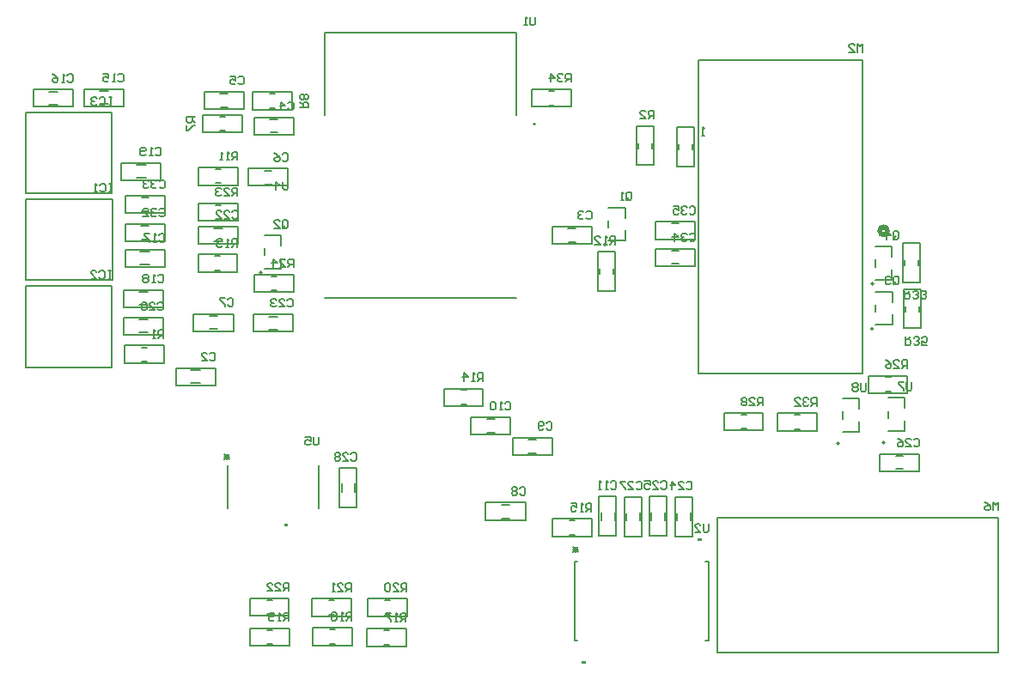
<source format=gbo>
G04*
G04 #@! TF.GenerationSoftware,Altium Limited,Altium Designer,18.1.6 (161)*
G04*
G04 Layer_Color=32896*
%FSTAX24Y24*%
%MOIN*%
G70*
G01*
G75*
%ADD10C,0.0200*%
%ADD12C,0.0079*%
%ADD13C,0.0080*%
%ADD14C,0.0060*%
%ADD15C,0.0050*%
G36*
X022335Y01781D02*
Y01771D01*
X022485D01*
Y01781D01*
X022335D01*
D02*
G37*
G36*
X033875Y012485D02*
Y012385D01*
X034025D01*
Y012485D01*
X033875D01*
D02*
G37*
G36*
X038375Y017155D02*
Y017255D01*
X038525D01*
Y017155D01*
X038375D01*
D02*
G37*
D10*
X045737Y029193D02*
G03*
X045737Y029193I-00015J0D01*
G01*
D12*
X032038Y033374D02*
G03*
X032038Y033295I0J-000039D01*
G01*
D02*
G03*
X032038Y033374I0J000039D01*
G01*
D13*
X01414Y03401D02*
Y03468D01*
X01261D02*
X01414D01*
X01261Y03401D02*
Y03468D01*
Y03401D02*
X01414D01*
X0132Y0341D02*
X01354D01*
X0132Y0346D02*
X01354D01*
X01765Y02623D02*
Y0269D01*
X01612D02*
X01765D01*
X01612Y02623D02*
Y0269D01*
Y02623D02*
X01765D01*
X01671Y02632D02*
X01705D01*
X01671Y02682D02*
X01705D01*
X01966Y02319D02*
Y02386D01*
X01813D02*
X01966D01*
X01813Y02319D02*
Y02386D01*
Y02319D02*
X01966D01*
X01872Y02328D02*
X01906D01*
X01872Y02378D02*
X01906D01*
X0167Y02574D02*
X01704D01*
X0167Y02524D02*
X01704D01*
X01611Y02515D02*
X01764D01*
X01611D02*
Y02582D01*
X01764D01*
Y02515D02*
Y02582D01*
X04698Y01986D02*
Y02053D01*
X04544D02*
X04698D01*
X04544Y01986D02*
Y02053D01*
Y01986D02*
X04698D01*
X04607Y01994D02*
X04635D01*
X04606Y020466D02*
X04635D01*
X045925Y02555D02*
Y025949D01*
X045275Y026056D02*
Y026324D01*
Y02683D02*
X045925D01*
Y026431D02*
Y02683D01*
X045275Y02555D02*
X045925D01*
X045915Y0273D02*
Y027699D01*
X045265Y027806D02*
Y028074D01*
Y02858D02*
X045915D01*
Y028181D02*
Y02858D01*
X045265Y0273D02*
X045915D01*
X044645Y0214D02*
Y021799D01*
X043995Y021906D02*
Y022174D01*
Y02268D02*
X044645D01*
Y022281D02*
Y02268D01*
X043995Y0214D02*
X044645D01*
X046415Y02143D02*
Y021829D01*
X045765Y021936D02*
Y022204D01*
Y02271D02*
X046415D01*
Y022311D02*
Y02271D01*
X045765Y02143D02*
X046415D01*
X03182Y020564D02*
X03211D01*
X03182Y02109D02*
X0321D01*
X03119Y02117D02*
X03273D01*
Y0205D02*
Y02117D01*
X03119Y0205D02*
X03273D01*
X03119D02*
Y02117D01*
X036Y03174D02*
X03668D01*
Y03326D01*
X036D02*
X03668D01*
X036Y03174D02*
Y03326D01*
X03607Y0324D02*
Y0326D01*
X03662Y0324D02*
Y0326D01*
X03335Y029296D02*
X03364D01*
X03336Y02877D02*
X03364D01*
X03273Y02869D02*
X03427D01*
X03273D02*
Y02936D01*
X03427D01*
Y02869D02*
Y02936D01*
X02111Y0339D02*
Y03458D01*
Y0339D02*
X02263D01*
Y03458D01*
X02111D02*
X02263D01*
X02177Y03451D02*
X02197D01*
X02177Y03396D02*
X02197D01*
X01985Y034526D02*
X02014D01*
X01986Y034D02*
X02014D01*
X01923Y03392D02*
X02077D01*
X01923D02*
Y03459D01*
X02077D01*
Y03392D02*
Y03459D01*
X0207Y03301D02*
Y03369D01*
X01918D02*
X0207D01*
X01918Y03301D02*
Y03369D01*
Y03301D02*
X0207D01*
X01984Y03308D02*
X02004D01*
X01984Y03363D02*
X02004D01*
X036146Y01795D02*
Y01824D01*
X03562Y01795D02*
Y01823D01*
X03554Y01732D02*
Y01886D01*
X03621D01*
Y01732D02*
Y01886D01*
X03554Y01732D02*
X03621D01*
X037106Y01797D02*
Y01826D01*
X03658Y01797D02*
Y01825D01*
X0365Y01734D02*
Y01888D01*
X03717D01*
Y01734D02*
Y01888D01*
X0365Y01734D02*
X03717D01*
X038096Y01795D02*
Y01824D01*
X03757Y01795D02*
Y01823D01*
X03749Y01732D02*
Y01886D01*
X03816D01*
Y01732D02*
Y01886D01*
X03749Y01732D02*
X03816D01*
X04633Y02872D02*
X04701D01*
X04633Y0272D02*
Y02872D01*
Y0272D02*
X04701D01*
Y02872D01*
X04694Y02786D02*
Y02806D01*
X04639Y02786D02*
Y02806D01*
X04637Y02693D02*
X04705D01*
X04637Y02541D02*
Y02693D01*
Y02541D02*
X04705D01*
Y02693D01*
X04698Y02607D02*
Y02627D01*
X04643Y02607D02*
Y02627D01*
X0302Y021886D02*
X03049D01*
X03021Y02136D02*
X03049D01*
X02958Y02128D02*
X03112D01*
X02958D02*
Y02195D01*
X03112D01*
Y02128D02*
Y02195D01*
X03274Y01733D02*
Y01801D01*
Y01733D02*
X03426D01*
Y01801D01*
X03274D02*
X03426D01*
X0334Y01794D02*
X0336D01*
X0334Y01739D02*
X0336D01*
X01614Y02406D02*
Y02474D01*
Y02406D02*
X01766D01*
Y02474D01*
X01614D02*
X01766D01*
X0168Y02467D02*
X017D01*
X0168Y02412D02*
X017D01*
X02447Y01845D02*
X02514D01*
Y01998D01*
X02447D02*
X02514D01*
X02447Y01845D02*
Y01998D01*
X02456Y01905D02*
Y01939D01*
X02506Y01905D02*
Y01939D01*
X035555Y02882D02*
Y029219D01*
X034905Y029326D02*
Y029594D01*
Y0301D02*
X035555D01*
Y029701D02*
Y0301D01*
X034905Y02882D02*
X035555D01*
X01961Y02878D02*
X01995D01*
X01961Y02928D02*
X01995D01*
X01901Y02937D02*
X02054D01*
Y0287D02*
Y02937D01*
X01901Y0287D02*
X02054D01*
X01901D02*
Y02937D01*
X02174Y02536D02*
X02208D01*
X02174Y02586D02*
X02208D01*
X02114Y02595D02*
X02267D01*
Y02528D02*
Y02595D01*
X02114Y02528D02*
X02267D01*
X02114D02*
Y02595D01*
X01675Y02839D02*
X01709D01*
X01675Y02789D02*
X01709D01*
X01616Y0278D02*
X01769D01*
X01616D02*
Y02847D01*
X01769D01*
Y0278D02*
Y02847D01*
X01662Y03124D02*
X01696D01*
X01662Y03174D02*
X01696D01*
X01602Y03183D02*
X01755D01*
Y03116D02*
Y03183D01*
X01602Y03116D02*
X01755D01*
X01602D02*
Y03183D01*
X01516Y03461D02*
X0155D01*
X01516Y03411D02*
X0155D01*
X01457Y03402D02*
X0161D01*
X01457D02*
Y03469D01*
X0161D01*
Y03402D02*
Y03469D01*
X01901Y02958D02*
Y03026D01*
Y02958D02*
X02053D01*
Y03026D01*
X01901D02*
X02053D01*
X01967Y03019D02*
X01987D01*
X01967Y02964D02*
X01987D01*
X02118Y02682D02*
Y0275D01*
Y02682D02*
X0227D01*
Y0275D01*
X02118D02*
X0227D01*
X02184Y02743D02*
X02204D01*
X02184Y02688D02*
X02204D01*
X022207Y027735D02*
Y028134D01*
X021557Y028241D02*
Y028509D01*
Y029015D02*
X022207D01*
Y028616D02*
Y029015D01*
X021557Y027735D02*
X022207D01*
X02036Y0253D02*
Y02597D01*
X01882D02*
X02036D01*
X01882Y0253D02*
Y02597D01*
Y0253D02*
X02036D01*
X01945Y02538D02*
X01973D01*
X01944Y025906D02*
X01973D01*
X03512Y02752D02*
Y02772D01*
X03457Y02752D02*
Y02772D01*
X0345Y02686D02*
Y02838D01*
X03518D01*
Y02686D02*
Y02838D01*
X0345Y02686D02*
X03518D01*
X01967Y03159D02*
X01987D01*
X01967Y03104D02*
X01987D01*
X01901Y03097D02*
X02053D01*
X01901D02*
Y03165D01*
X02053D01*
Y03097D02*
Y03165D01*
X02919Y02301D02*
X02939D01*
X02919Y02246D02*
X02939D01*
X02853Y02239D02*
X03005D01*
X02853D02*
Y02307D01*
X03005D01*
Y02239D02*
Y02307D01*
X01965Y02822D02*
X01985D01*
X01965Y02767D02*
X01985D01*
X01899Y0276D02*
X02051D01*
X01899D02*
Y02828D01*
X02051D01*
Y0276D02*
Y02828D01*
X03015Y01797D02*
Y01864D01*
Y01797D02*
X03169D01*
Y01864D01*
X03015D02*
X03169D01*
X03078Y01856D02*
X03106D01*
X03078Y018034D02*
X03107D01*
X02094Y03094D02*
Y03161D01*
Y03094D02*
X02248D01*
Y03161D01*
X02094D02*
X02248D01*
X02157Y03153D02*
X02185D01*
X02157Y031004D02*
X02186D01*
X03261Y03407D02*
X03281D01*
X03261Y03462D02*
X03281D01*
X03195Y03469D02*
X03347D01*
Y03401D02*
Y03469D01*
X03195Y03401D02*
X03347D01*
X03195D02*
Y03469D01*
X04566Y02351D02*
X04586D01*
X04566Y02296D02*
X04586D01*
X045Y02289D02*
X04652D01*
X045D02*
Y02357D01*
X04652D01*
Y02289D02*
Y02357D01*
X03828Y02783D02*
Y0285D01*
X03674D02*
X03828D01*
X03674Y02783D02*
Y0285D01*
Y02783D02*
X03828D01*
X03737Y02791D02*
X03765D01*
X03736Y028436D02*
X03765D01*
X03828Y02887D02*
Y02954D01*
X03674D02*
X03828D01*
X03674Y02887D02*
Y02954D01*
Y02887D02*
X03828D01*
X03737Y02895D02*
X03765D01*
X03736Y029476D02*
X03765D01*
X01771Y02989D02*
Y03056D01*
X01617D02*
X01771D01*
X01617Y02989D02*
Y03056D01*
Y02989D02*
X01771D01*
X0168Y02997D02*
X01708D01*
X01679Y030496D02*
X01708D01*
X0227Y03293D02*
Y0336D01*
X02116D02*
X0227D01*
X02116Y03293D02*
Y0336D01*
Y03293D02*
X0227D01*
X02179Y03301D02*
X02207D01*
X02178Y033536D02*
X02207D01*
X0177Y02879D02*
Y02946D01*
X01616D02*
X0177D01*
X01616Y02879D02*
Y02946D01*
Y02879D02*
X0177D01*
X01679Y02887D02*
X01707D01*
X01678Y029396D02*
X01707D01*
X039147Y012822D02*
Y018058D01*
X050051D01*
Y012822D02*
Y018058D01*
X039147Y012822D02*
X050051D01*
X03455Y01734D02*
X03522D01*
Y01888D01*
X03455D02*
X03522D01*
X03455Y01734D02*
Y01888D01*
X03463Y01797D02*
Y01825D01*
X035156Y01797D02*
Y01826D01*
X02253Y01308D02*
Y01376D01*
X02101D02*
X02253D01*
X02101Y01308D02*
Y01376D01*
Y01308D02*
X02253D01*
X02167Y01315D02*
X02187D01*
X02167Y0137D02*
X02187D01*
X027092Y014227D02*
Y014907D01*
X025572D02*
X027092D01*
X025572Y014227D02*
Y014907D01*
Y014227D02*
X027092D01*
X026232Y014297D02*
X026432D01*
X026232Y014847D02*
X026432D01*
X02706Y01306D02*
Y01374D01*
X02554D02*
X02706D01*
X02554Y01306D02*
Y01374D01*
Y01306D02*
X02706D01*
X0262Y01313D02*
X0264D01*
X0262Y01368D02*
X0264D01*
X02496Y0131D02*
Y01378D01*
X02344D02*
X02496D01*
X02344Y0131D02*
Y01378D01*
Y0131D02*
X02496D01*
X0241Y01317D02*
X0243D01*
X0241Y01372D02*
X0243D01*
X02494Y01423D02*
Y01491D01*
X02342D02*
X02494D01*
X02342Y01423D02*
Y01491D01*
Y01423D02*
X02494D01*
X02408Y0143D02*
X02428D01*
X02408Y01485D02*
X02428D01*
X02252Y01424D02*
Y01492D01*
X021D02*
X02252D01*
X021Y01424D02*
Y01492D01*
Y01424D02*
X02252D01*
X02166Y01431D02*
X02186D01*
X02166Y01486D02*
X02186D01*
X0384Y023669D02*
Y035839D01*
Y023669D02*
X04478D01*
Y035839D01*
X0384D02*
X04478D01*
X01231Y0239D02*
X01563D01*
X01229Y02392D02*
X01231Y0239D01*
X01229Y02392D02*
Y02704D01*
X01563D01*
Y0239D02*
Y02704D01*
X01234Y02728D02*
X01566D01*
X01232Y0273D02*
X01234Y02728D01*
X01232Y0273D02*
Y03042D01*
X01566D01*
Y02728D02*
Y03042D01*
X01233Y03064D02*
X01565D01*
X01231Y03066D02*
X01233Y03064D01*
X01231Y03066D02*
Y03378D01*
X01565D01*
Y03064D02*
Y03378D01*
X02392Y026602D02*
X031337D01*
Y033689D02*
Y03689D01*
X02392D02*
X031337D01*
X02392Y033689D02*
Y03689D01*
X038686Y016365D02*
X03881D01*
X03359D02*
X033714D01*
X03359Y013275D02*
Y016365D01*
X038686Y013275D02*
X03881D01*
Y016365D01*
X03359Y013275D02*
X033714D01*
X02368Y018435D02*
Y020105D01*
X02014Y018435D02*
Y020105D01*
X04092Y02144D02*
Y02212D01*
X0394D02*
X04092D01*
X0394Y02144D02*
Y02212D01*
Y02144D02*
X04092D01*
X04006Y02151D02*
X04026D01*
X04006Y02206D02*
X04026D01*
X04148Y02143D02*
Y02211D01*
Y02143D02*
X043D01*
Y02211D01*
X04148D02*
X043D01*
X04214Y02204D02*
X04234D01*
X04214Y02149D02*
X04234D01*
X03756Y0317D02*
X03824D01*
Y03322D01*
X03756D02*
X03824D01*
X03756Y0317D02*
Y03322D01*
X03763Y03236D02*
Y03256D01*
X03818Y03236D02*
Y03256D01*
D14*
X0452Y02539D02*
G03*
X0452Y02539I-00005J0D01*
G01*
X04519Y02714D02*
G03*
X04519Y02714I-00005J0D01*
G01*
X04387Y02095D02*
G03*
X04387Y02095I-00005J0D01*
G01*
X04564Y02098D02*
G03*
X04564Y02098I-00005J0D01*
G01*
X03483Y02866D02*
G03*
X03483Y02866I-00005J0D01*
G01*
X021482Y027575D02*
G03*
X021482Y027575I-00005J0D01*
G01*
D15*
X033528Y016925D02*
X033738Y016715D01*
Y016925D02*
X033528Y016715D01*
X033633Y016925D02*
Y016715D01*
X033738Y01682D02*
X033528D01*
X019988Y02052D02*
X020198Y02031D01*
Y02052D02*
X019988Y02031D01*
X020093Y02052D02*
Y02031D01*
X020198Y020415D02*
X019988D01*
X01392Y035232D02*
X013973Y035285D01*
X014078D01*
X01413Y035232D01*
Y035022D01*
X014078Y03497D01*
X013973D01*
X01392Y035022D01*
X013815Y03497D02*
X01371D01*
X013763D01*
Y035285D01*
X013815Y035232D01*
X013343Y035285D02*
X013448Y035232D01*
X013553Y035127D01*
Y035022D01*
X0135Y03497D01*
X013395D01*
X013343Y035022D01*
Y035075D01*
X013395Y035127D01*
X013553D01*
X01743Y027452D02*
X017483Y027505D01*
X017588D01*
X01764Y027452D01*
Y027242D01*
X017588Y02719D01*
X017483D01*
X01743Y027242D01*
X017325Y02719D02*
X01722D01*
X017273D01*
Y027505D01*
X017325Y027452D01*
X017063D02*
X01701Y027505D01*
X016905D01*
X016853Y027452D01*
Y0274D01*
X016905Y027347D01*
X016853Y027295D01*
Y027242D01*
X016905Y02719D01*
X01701D01*
X017063Y027242D01*
Y027295D01*
X01701Y027347D01*
X017063Y0274D01*
Y027452D01*
X01701Y027347D02*
X016905D01*
X01944Y024412D02*
X019493Y024465D01*
X019598D01*
X01965Y024412D01*
Y024202D01*
X019598Y02415D01*
X019493D01*
X01944Y024202D01*
X019125Y02415D02*
X019335D01*
X019125Y02436D01*
Y024412D01*
X019178Y024465D01*
X019283D01*
X019335Y024412D01*
X01742Y026372D02*
X017473Y026425D01*
X017578D01*
X01763Y026372D01*
Y026162D01*
X017578Y02611D01*
X017473D01*
X01742Y026162D01*
X017105Y02611D02*
X017315D01*
X017105Y02632D01*
Y026372D01*
X017158Y026425D01*
X017263D01*
X017315Y026372D01*
X017D02*
X016948Y026425D01*
X016843D01*
X01679Y026372D01*
Y026162D01*
X016843Y02611D01*
X016948D01*
X017Y026162D01*
Y026372D01*
X01747Y029022D02*
X017523Y029075D01*
X017628D01*
X01768Y029022D01*
Y028812D01*
X017628Y02876D01*
X017523D01*
X01747Y028812D01*
X017365Y02876D02*
X01726D01*
X017313D01*
Y029075D01*
X017365Y029022D01*
X017103Y029075D02*
X016893D01*
Y029022D01*
X017103Y028812D01*
Y02876D01*
X01733Y032382D02*
X017383Y032435D01*
X017488D01*
X01754Y032382D01*
Y032172D01*
X017488Y03212D01*
X017383D01*
X01733Y032172D01*
X017225Y03212D02*
X01712D01*
X017173D01*
Y032435D01*
X017225Y032382D01*
X016963Y032172D02*
X01691Y03212D01*
X016805D01*
X016753Y032172D01*
Y032382D01*
X016805Y032435D01*
X01691D01*
X016963Y032382D01*
Y03233D01*
X01691Y032277D01*
X016753D01*
X02032Y029922D02*
X020373Y029975D01*
X020478D01*
X02053Y029922D01*
Y029712D01*
X020478Y02966D01*
X020373D01*
X02032Y029712D01*
X020005Y02966D02*
X020215D01*
X020005Y02987D01*
Y029922D01*
X020058Y029975D01*
X020163D01*
X020215Y029922D01*
X01969Y02966D02*
X0199D01*
X01969Y02987D01*
Y029922D01*
X019743Y029975D01*
X019848D01*
X0199Y029922D01*
X02245Y026502D02*
X022503Y026555D01*
X022608D01*
X02266Y026502D01*
Y026292D01*
X022608Y02624D01*
X022503D01*
X02245Y026292D01*
X022135Y02624D02*
X022345D01*
X022135Y02645D01*
Y026502D01*
X022188Y026555D01*
X022293D01*
X022345Y026502D01*
X02203D02*
X021978Y026555D01*
X021873D01*
X02182Y026502D01*
Y02645D01*
X021873Y026397D01*
X021925D01*
X021873D01*
X02182Y026345D01*
Y026292D01*
X021873Y02624D01*
X021978D01*
X02203Y026292D01*
X01588Y035242D02*
X015933Y035295D01*
X016038D01*
X01609Y035242D01*
Y035032D01*
X016038Y03498D01*
X015933D01*
X01588Y035032D01*
X015775Y03498D02*
X01567D01*
X015723D01*
Y035295D01*
X015775Y035242D01*
X015303Y035295D02*
X015513D01*
Y035137D01*
X015408Y03519D01*
X015355D01*
X015303Y035137D01*
Y035032D01*
X015355Y03498D01*
X01546D01*
X015513Y035032D01*
X02367Y021195D02*
Y020932D01*
X023618Y02088D01*
X023513D01*
X02346Y020932D01*
Y021195D01*
X023145D02*
X023355D01*
Y021037D01*
X02325Y02109D01*
X023198D01*
X023145Y021037D01*
Y020932D01*
X023198Y02088D01*
X023303D01*
X023355Y020932D01*
X03207Y037495D02*
Y037232D01*
X032018Y03718D01*
X031913D01*
X03186Y037232D01*
Y037495D01*
X031755Y03718D02*
X03165D01*
X031703D01*
Y037495D01*
X031755Y037442D01*
X04491Y023285D02*
Y023022D01*
X044858Y02297D01*
X044753D01*
X0447Y023022D01*
Y023285D01*
X044595Y023232D02*
X044543Y023285D01*
X044438D01*
X044385Y023232D01*
Y02318D01*
X044438Y023127D01*
X044385Y023075D01*
Y023022D01*
X044438Y02297D01*
X044543D01*
X044595Y023022D01*
Y023075D01*
X044543Y023127D01*
X044595Y02318D01*
Y023232D01*
X044543Y023127D02*
X044438D01*
X04668Y023315D02*
Y023052D01*
X046628Y023D01*
X046523D01*
X04647Y023052D01*
Y023315D01*
X046365D02*
X046155D01*
Y023262D01*
X046365Y023052D01*
Y023D01*
X02248Y031105D02*
Y030842D01*
X022428Y03079D01*
X022323D01*
X02227Y030842D01*
Y031105D01*
X022008Y03079D02*
Y031105D01*
X022165Y030947D01*
X021955D01*
X022951Y033978D02*
X023266D01*
Y034136D01*
X023213Y034188D01*
X023109D01*
X023056Y034136D01*
Y033978D01*
Y034083D02*
X022951Y034188D01*
X023213Y034293D02*
X023266Y034346D01*
Y034451D01*
X023213Y034503D01*
X023161D01*
X023109Y034451D01*
X023056Y034503D01*
X023004D01*
X022951Y034451D01*
Y034346D01*
X023004Y034293D01*
X023056D01*
X023109Y034346D01*
X023161Y034293D01*
X023213D01*
X023109Y034346D02*
Y034451D01*
X01886Y03361D02*
X018545D01*
Y033453D01*
X018598Y0334D01*
X018703D01*
X018755Y033453D01*
Y03361D01*
Y033505D02*
X01886Y0334D01*
X018545Y033295D02*
Y033085D01*
X018598D01*
X018808Y033295D01*
X01886D01*
X04644Y02508D02*
Y024765D01*
X046597D01*
X04665Y024818D01*
Y024923D01*
X046597Y024975D01*
X04644D01*
X046545D02*
X04665Y02508D01*
X046755Y024818D02*
X046807Y024765D01*
X046912D01*
X046965Y024818D01*
Y02487D01*
X046912Y024923D01*
X04686D01*
X046912D01*
X046965Y024975D01*
Y025028D01*
X046912Y02508D01*
X046807D01*
X046755Y025028D01*
X04728Y024765D02*
X04707D01*
Y024923D01*
X047175Y02487D01*
X047227D01*
X04728Y024923D01*
Y025028D01*
X047227Y02508D01*
X047122D01*
X04707Y025028D01*
X046409Y026873D02*
Y026558D01*
X046566D01*
X046619Y026611D01*
Y026716D01*
X046566Y026768D01*
X046409D01*
X046514D02*
X046619Y026873D01*
X046724Y026611D02*
X046776Y026558D01*
X046881D01*
X046933Y026611D01*
Y026663D01*
X046881Y026716D01*
X046829D01*
X046881D01*
X046933Y026768D01*
Y026821D01*
X046881Y026873D01*
X046776D01*
X046724Y026821D01*
X047038Y026611D02*
X047091Y026558D01*
X047196D01*
X047248Y026611D01*
Y026663D01*
X047196Y026716D01*
X047143D01*
X047196D01*
X047248Y026768D01*
Y026821D01*
X047196Y026873D01*
X047091D01*
X047038Y026821D01*
X01765Y02503D02*
Y025345D01*
X017493D01*
X01744Y025292D01*
Y025187D01*
X017493Y025135D01*
X01765D01*
X017545D02*
X01744Y02503D01*
X017335D02*
X01723D01*
X017283D01*
Y025345D01*
X017335Y025292D01*
X03425Y0183D02*
Y018615D01*
X034093D01*
X03404Y018562D01*
Y018457D01*
X034093Y018405D01*
X03425D01*
X034145D02*
X03404Y0183D01*
X033935D02*
X03383D01*
X033883D01*
Y018615D01*
X033935Y018562D01*
X033463Y018615D02*
X033673D01*
Y018457D01*
X033568Y01851D01*
X033515D01*
X033463Y018457D01*
Y018352D01*
X033515Y0183D01*
X03362D01*
X033673Y018352D01*
X03667Y03355D02*
Y033865D01*
X036513D01*
X03646Y033812D01*
Y033707D01*
X036513Y033655D01*
X03667D01*
X036565D02*
X03646Y03355D01*
X036145D02*
X036355D01*
X036145Y03376D01*
Y033812D01*
X036198Y033865D01*
X036303D01*
X036355Y033812D01*
X03004Y02336D02*
Y023675D01*
X029883D01*
X02983Y023622D01*
Y023517D01*
X029883Y023465D01*
X03004D01*
X029935D02*
X02983Y02336D01*
X029725D02*
X02962D01*
X029673D01*
Y023675D01*
X029725Y023622D01*
X029305Y02336D02*
Y023675D01*
X029463Y023517D01*
X029253D01*
X0205Y02857D02*
Y028885D01*
X020343D01*
X02029Y028832D01*
Y028727D01*
X020343Y028675D01*
X0205D01*
X020395D02*
X02029Y02857D01*
X020185D02*
X02008D01*
X020133D01*
Y028885D01*
X020185Y028832D01*
X019923D02*
X01987Y028885D01*
X019765D01*
X019713Y028832D01*
Y02878D01*
X019765Y028727D01*
X019818D01*
X019765D01*
X019713Y028675D01*
Y028622D01*
X019765Y02857D01*
X01987D01*
X019923Y028622D01*
X02052Y03194D02*
Y032255D01*
X020363D01*
X02031Y032202D01*
Y032097D01*
X020363Y032045D01*
X02052D01*
X020415D02*
X02031Y03194D01*
X020205D02*
X0201D01*
X020153D01*
Y032255D01*
X020205Y032202D01*
X019943Y03194D02*
X019838D01*
X01989D01*
Y032255D01*
X019943Y032202D01*
X03346Y03498D02*
Y035295D01*
X033303D01*
X03325Y035242D01*
Y035137D01*
X033303Y035085D01*
X03346D01*
X033355D02*
X03325Y03498D01*
X033145Y035242D02*
X033093Y035295D01*
X032988D01*
X032935Y035242D01*
Y03519D01*
X032988Y035137D01*
X03304D01*
X032988D01*
X032935Y035085D01*
Y035032D01*
X032988Y03498D01*
X033093D01*
X033145Y035032D01*
X032673Y03498D02*
Y035295D01*
X03283Y035137D01*
X03262D01*
X04299Y0224D02*
Y022715D01*
X042833D01*
X04278Y022662D01*
Y022557D01*
X042833Y022505D01*
X04299D01*
X042885D02*
X04278Y0224D01*
X042675Y022662D02*
X042623Y022715D01*
X042518D01*
X042465Y022662D01*
Y02261D01*
X042518Y022557D01*
X04257D01*
X042518D01*
X042465Y022505D01*
Y022452D01*
X042518Y0224D01*
X042623D01*
X042675Y022452D01*
X04215Y0224D02*
X04236D01*
X04215Y02261D01*
Y022662D01*
X042203Y022715D01*
X042308D01*
X04236Y022662D01*
X04091Y02241D02*
Y022725D01*
X040753D01*
X0407Y022672D01*
Y022567D01*
X040753Y022515D01*
X04091D01*
X040805D02*
X0407Y02241D01*
X040385D02*
X040595D01*
X040385Y02262D01*
Y022672D01*
X040438Y022725D01*
X040543D01*
X040595Y022672D01*
X04028D02*
X040228Y022725D01*
X040123D01*
X04007Y022672D01*
Y02262D01*
X040123Y022567D01*
X04007Y022515D01*
Y022462D01*
X040123Y02241D01*
X040228D01*
X04028Y022462D01*
Y022515D01*
X040228Y022567D01*
X04028Y02262D01*
Y022672D01*
X040228Y022567D02*
X040123D01*
X04651Y02386D02*
Y024175D01*
X046353D01*
X0463Y024122D01*
Y024017D01*
X046353Y023965D01*
X04651D01*
X046405D02*
X0463Y02386D01*
X045985D02*
X046195D01*
X045985Y02407D01*
Y024122D01*
X046038Y024175D01*
X046143D01*
X046195Y024122D01*
X04567Y024175D02*
X045775Y024122D01*
X04588Y024017D01*
Y023912D01*
X045828Y02386D01*
X045723D01*
X04567Y023912D01*
Y023965D01*
X045723Y024017D01*
X04588D01*
X02251Y01521D02*
Y015525D01*
X022353D01*
X0223Y015472D01*
Y015367D01*
X022353Y015315D01*
X02251D01*
X022405D02*
X0223Y01521D01*
X021985D02*
X022195D01*
X021985Y01542D01*
Y015472D01*
X022038Y015525D01*
X022143D01*
X022195Y015472D01*
X02167Y01521D02*
X02188D01*
X02167Y01542D01*
Y015472D01*
X021723Y015525D01*
X021828D01*
X02188Y015472D01*
X02493Y0152D02*
Y015515D01*
X024773D01*
X02472Y015462D01*
Y015357D01*
X024773Y015305D01*
X02493D01*
X024825D02*
X02472Y0152D01*
X024405D02*
X024615D01*
X024405Y01541D01*
Y015462D01*
X024458Y015515D01*
X024563D01*
X024615Y015462D01*
X0243Y0152D02*
X024195D01*
X024248D01*
Y015515D01*
X0243Y015462D01*
X02708Y0152D02*
Y015515D01*
X026923D01*
X02687Y015462D01*
Y015357D01*
X026923Y015305D01*
X02708D01*
X026975D02*
X02687Y0152D01*
X026555D02*
X026765D01*
X026555Y01541D01*
Y015462D01*
X026608Y015515D01*
X026713D01*
X026765Y015462D01*
X02645D02*
X026398Y015515D01*
X026293D01*
X02624Y015462D01*
Y015252D01*
X026293Y0152D01*
X026398D01*
X02645Y015252D01*
Y015462D01*
X02252Y01405D02*
Y014365D01*
X022363D01*
X02231Y014312D01*
Y014207D01*
X022363Y014155D01*
X02252D01*
X022415D02*
X02231Y01405D01*
X022205D02*
X0221D01*
X022153D01*
Y014365D01*
X022205Y014312D01*
X021943Y014102D02*
X02189Y01405D01*
X021785D01*
X021733Y014102D01*
Y014312D01*
X021785Y014365D01*
X02189D01*
X021943Y014312D01*
Y01426D01*
X02189Y014207D01*
X021733D01*
X02495Y01407D02*
Y014385D01*
X024793D01*
X02474Y014332D01*
Y014227D01*
X024793Y014175D01*
X02495D01*
X024845D02*
X02474Y01407D01*
X024635D02*
X02453D01*
X024583D01*
Y014385D01*
X024635Y014332D01*
X024373D02*
X02432Y014385D01*
X024215D01*
X024163Y014332D01*
Y01428D01*
X024215Y014227D01*
X024163Y014175D01*
Y014122D01*
X024215Y01407D01*
X02432D01*
X024373Y014122D01*
Y014175D01*
X02432Y014227D01*
X024373Y01428D01*
Y014332D01*
X02432Y014227D02*
X024215D01*
X02705Y01403D02*
Y014345D01*
X026893D01*
X02684Y014292D01*
Y014187D01*
X026893Y014135D01*
X02705D01*
X026945D02*
X02684Y01403D01*
X026735D02*
X02663D01*
X026683D01*
Y014345D01*
X026735Y014292D01*
X026473Y014345D02*
X026263D01*
Y014292D01*
X026473Y014082D01*
Y01403D01*
X03517Y02867D02*
Y028985D01*
X035013D01*
X03496Y028932D01*
Y028827D01*
X035013Y028775D01*
X03517D01*
X035065D02*
X03496Y02867D01*
X034855D02*
X03475D01*
X034803D01*
Y028985D01*
X034855Y028932D01*
X034383Y02867D02*
X034593D01*
X034383Y02888D01*
Y028932D01*
X034435Y028985D01*
X03454D01*
X034593Y028932D01*
X02269Y02779D02*
Y028105D01*
X022533D01*
X02248Y028052D01*
Y027947D01*
X022533Y027895D01*
X02269D01*
X022585D02*
X02248Y02779D01*
X022165D02*
X022375D01*
X022165Y028D01*
Y028052D01*
X022218Y028105D01*
X022323D01*
X022375Y028052D01*
X021903Y02779D02*
Y028105D01*
X02206Y027947D01*
X02185D01*
X02052Y03055D02*
Y030865D01*
X020363D01*
X02031Y030812D01*
Y030707D01*
X020363Y030655D01*
X02052D01*
X020415D02*
X02031Y03055D01*
X019995D02*
X020205D01*
X019995Y03076D01*
Y030812D01*
X020048Y030865D01*
X020153D01*
X020205Y030812D01*
X01989D02*
X019838Y030865D01*
X019733D01*
X01968Y030812D01*
Y03076D01*
X019733Y030707D01*
X019785D01*
X019733D01*
X01968Y030655D01*
Y030602D01*
X019733Y03055D01*
X019838D01*
X01989Y030602D01*
X04596Y028922D02*
Y029132D01*
X046013Y029185D01*
X046118D01*
X04617Y029132D01*
Y028922D01*
X046118Y02887D01*
X046013D01*
X046065Y028975D02*
X04596Y02887D01*
X046013D02*
X04596Y028922D01*
X045698Y02887D02*
Y029185D01*
X045855Y029027D01*
X045645D01*
X04597Y027172D02*
Y027382D01*
X046023Y027435D01*
X046128D01*
X04618Y027382D01*
Y027172D01*
X046128Y02712D01*
X046023D01*
X046075Y027225D02*
X04597Y02712D01*
X046023D02*
X04597Y027172D01*
X045865Y027382D02*
X045813Y027435D01*
X045708D01*
X045655Y027382D01*
Y02733D01*
X045708Y027277D01*
X04576D01*
X045708D01*
X045655Y027225D01*
Y027172D01*
X045708Y02712D01*
X045813D01*
X045865Y027172D01*
X02226Y029352D02*
Y029562D01*
X022313Y029615D01*
X022418D01*
X02247Y029562D01*
Y029352D01*
X022418Y0293D01*
X022313D01*
X022365Y029405D02*
X02226Y0293D01*
X022313D02*
X02226Y029352D01*
X021945Y0293D02*
X022155D01*
X021945Y02951D01*
Y029562D01*
X021998Y029615D01*
X022103D01*
X022155Y029562D01*
X0356Y030442D02*
Y030652D01*
X035653Y030705D01*
X035758D01*
X03581Y030652D01*
Y030442D01*
X035758Y03039D01*
X035653D01*
X035705Y030495D02*
X0356Y03039D01*
X035653D02*
X0356Y030442D01*
X035495Y03039D02*
X03539D01*
X035443D01*
Y030705D01*
X035495Y030652D01*
X05004Y01835D02*
Y018665D01*
X049935Y01856D01*
X04983Y018665D01*
Y01835D01*
X049515Y018665D02*
X04962Y018612D01*
X049725Y018507D01*
Y018402D01*
X049673Y01835D01*
X049568D01*
X049515Y018402D01*
Y018455D01*
X049568Y018507D01*
X049725D01*
X01564Y034385D02*
X015535D01*
X015588D01*
Y03407D01*
X01564D01*
X015535D01*
X015168Y034332D02*
X01522Y034385D01*
X015325D01*
X015378Y034332D01*
Y034122D01*
X015325Y03407D01*
X01522D01*
X015168Y034122D01*
X015063Y034332D02*
X01501Y034385D01*
X014905D01*
X014853Y034332D01*
Y03428D01*
X014905Y034227D01*
X014958D01*
X014905D01*
X014853Y034175D01*
Y034122D01*
X014905Y03407D01*
X01501D01*
X015063Y034122D01*
X01562Y027645D02*
X015515D01*
X015568D01*
Y02733D01*
X01562D01*
X015515D01*
X015148Y027592D02*
X0152Y027645D01*
X015305D01*
X015358Y027592D01*
Y027382D01*
X015305Y02733D01*
X0152D01*
X015148Y027382D01*
X014833Y02733D02*
X015043D01*
X014833Y02754D01*
Y027592D01*
X014885Y027645D01*
X01499D01*
X015043Y027592D01*
X01565Y031025D02*
X015545D01*
X015598D01*
Y03071D01*
X01565D01*
X015545D01*
X015178Y030972D02*
X01523Y031025D01*
X015335D01*
X015388Y030972D01*
Y030762D01*
X015335Y03071D01*
X01523D01*
X015178Y030762D01*
X015073Y03071D02*
X014968D01*
X01502D01*
Y031025D01*
X015073Y030972D01*
X0309Y022502D02*
X030953Y022555D01*
X031058D01*
X03111Y022502D01*
Y022292D01*
X031058Y02224D01*
X030953D01*
X0309Y022292D01*
X030795Y02224D02*
X03069D01*
X030743D01*
Y022555D01*
X030795Y022502D01*
X030533D02*
X03048Y022555D01*
X030375D01*
X030323Y022502D01*
Y022292D01*
X030375Y02224D01*
X03048D01*
X030533Y022292D01*
Y022502D01*
X02055Y035142D02*
X020603Y035195D01*
X020708D01*
X02076Y035142D01*
Y034932D01*
X020708Y03488D01*
X020603D01*
X02055Y034932D01*
X020235Y035195D02*
X020445D01*
Y035037D01*
X02034Y03509D01*
X020288D01*
X020235Y035037D01*
Y034932D01*
X020288Y03488D01*
X020393D01*
X020445Y034932D01*
X02248Y034152D02*
X022533Y034205D01*
X022638D01*
X02269Y034152D01*
Y033942D01*
X022638Y03389D01*
X022533D01*
X02248Y033942D01*
X022218Y03389D02*
Y034205D01*
X022375Y034047D01*
X022165D01*
X03405Y029912D02*
X034103Y029965D01*
X034208D01*
X03426Y029912D01*
Y029702D01*
X034208Y02965D01*
X034103D01*
X03405Y029702D01*
X033945Y029912D02*
X033893Y029965D01*
X033788D01*
X033735Y029912D01*
Y02986D01*
X033788Y029807D01*
X03384D01*
X033788D01*
X033735Y029755D01*
Y029702D01*
X033788Y02965D01*
X033893D01*
X033945Y029702D01*
X03599Y019412D02*
X036043Y019465D01*
X036148D01*
X0362Y019412D01*
Y019202D01*
X036148Y01915D01*
X036043D01*
X03599Y019202D01*
X035675Y01915D02*
X035885D01*
X035675Y01936D01*
Y019412D01*
X035728Y019465D01*
X035833D01*
X035885Y019412D01*
X03557Y019465D02*
X03536D01*
Y019412D01*
X03557Y019202D01*
Y01915D01*
X04676Y021082D02*
X046813Y021135D01*
X046918D01*
X04697Y021082D01*
Y020872D01*
X046918Y02082D01*
X046813D01*
X04676Y020872D01*
X046445Y02082D02*
X046655D01*
X046445Y02103D01*
Y021082D01*
X046498Y021135D01*
X046603D01*
X046655Y021082D01*
X04613Y021135D02*
X046235Y021082D01*
X04634Y020977D01*
Y020872D01*
X046288Y02082D01*
X046183D01*
X04613Y020872D01*
Y020925D01*
X046183Y020977D01*
X04634D01*
X03695Y019432D02*
X037003Y019485D01*
X037108D01*
X03716Y019432D01*
Y019222D01*
X037108Y01917D01*
X037003D01*
X03695Y019222D01*
X036635Y01917D02*
X036845D01*
X036635Y01938D01*
Y019432D01*
X036688Y019485D01*
X036793D01*
X036845Y019432D01*
X03632Y019485D02*
X03653D01*
Y019327D01*
X036425Y01938D01*
X036373D01*
X03632Y019327D01*
Y019222D01*
X036373Y01917D01*
X036478D01*
X03653Y019222D01*
X03794Y019412D02*
X037993Y019465D01*
X038098D01*
X03815Y019412D01*
Y019202D01*
X038098Y01915D01*
X037993D01*
X03794Y019202D01*
X037625Y01915D02*
X037835D01*
X037625Y01936D01*
Y019412D01*
X037678Y019465D01*
X037783D01*
X037835Y019412D01*
X037363Y01915D02*
Y019465D01*
X03752Y019307D01*
X03731D01*
X035Y019432D02*
X035053Y019485D01*
X035158D01*
X03521Y019432D01*
Y019222D01*
X035158Y01917D01*
X035053D01*
X035Y019222D01*
X034895Y01917D02*
X03479D01*
X034843D01*
Y019485D01*
X034895Y019432D01*
X034633Y01917D02*
X034528D01*
X03458D01*
Y019485D01*
X034633Y019432D01*
X03251Y021722D02*
X032563Y021775D01*
X032668D01*
X03272Y021722D01*
Y021512D01*
X032668Y02146D01*
X032563D01*
X03251Y021512D01*
X032405D02*
X032353Y02146D01*
X032248D01*
X032195Y021512D01*
Y021722D01*
X032248Y021775D01*
X032353D01*
X032405Y021722D01*
Y02167D01*
X032353Y021617D01*
X032195D01*
X03147Y019192D02*
X031523Y019245D01*
X031628D01*
X03168Y019192D01*
Y018982D01*
X031628Y01893D01*
X031523D01*
X03147Y018982D01*
X031365Y019192D02*
X031313Y019245D01*
X031208D01*
X031155Y019192D01*
Y01914D01*
X031208Y019087D01*
X031155Y019035D01*
Y018982D01*
X031208Y01893D01*
X031313D01*
X031365Y018982D01*
Y019035D01*
X031313Y019087D01*
X031365Y01914D01*
Y019192D01*
X031313Y019087D02*
X031208D01*
X02014Y026522D02*
X020193Y026575D01*
X020298D01*
X02035Y026522D01*
Y026312D01*
X020298Y02626D01*
X020193D01*
X02014Y026312D01*
X020035Y026575D02*
X019825D01*
Y026522D01*
X020035Y026312D01*
Y02626D01*
X02226Y032162D02*
X022313Y032215D01*
X022418D01*
X02247Y032162D01*
Y031952D01*
X022418Y0319D01*
X022313D01*
X02226Y031952D01*
X021945Y032215D02*
X02205Y032162D01*
X022155Y032057D01*
Y031952D01*
X022103Y0319D01*
X021998D01*
X021945Y031952D01*
Y032005D01*
X021998Y032057D01*
X022155D01*
X03806Y030092D02*
X038113Y030145D01*
X038218D01*
X03827Y030092D01*
Y029882D01*
X038218Y02983D01*
X038113D01*
X03806Y029882D01*
X037955Y030092D02*
X037903Y030145D01*
X037798D01*
X037745Y030092D01*
Y03004D01*
X037798Y029987D01*
X03785D01*
X037798D01*
X037745Y029935D01*
Y029882D01*
X037798Y02983D01*
X037903D01*
X037955Y029882D01*
X03743Y030145D02*
X03764D01*
Y029987D01*
X037535Y03004D01*
X037483D01*
X03743Y029987D01*
Y029882D01*
X037483Y02983D01*
X037588D01*
X03764Y029882D01*
X03806Y029052D02*
X038113Y029105D01*
X038218D01*
X03827Y029052D01*
Y028842D01*
X038218Y02879D01*
X038113D01*
X03806Y028842D01*
X037955Y029052D02*
X037903Y029105D01*
X037798D01*
X037745Y029052D01*
Y029D01*
X037798Y028947D01*
X03785D01*
X037798D01*
X037745Y028895D01*
Y028842D01*
X037798Y02879D01*
X037903D01*
X037955Y028842D01*
X037483Y02879D02*
Y029105D01*
X03764Y028947D01*
X03743D01*
X01749Y031112D02*
X017543Y031165D01*
X017648D01*
X0177Y031112D01*
Y030902D01*
X017648Y03085D01*
X017543D01*
X01749Y030902D01*
X017385Y031112D02*
X017333Y031165D01*
X017228D01*
X017175Y031112D01*
Y03106D01*
X017228Y031007D01*
X01728D01*
X017228D01*
X017175Y030955D01*
Y030902D01*
X017228Y03085D01*
X017333D01*
X017385Y030902D01*
X01707Y031112D02*
X017018Y031165D01*
X016913D01*
X01686Y031112D01*
Y03106D01*
X016913Y031007D01*
X016965D01*
X016913D01*
X01686Y030955D01*
Y030902D01*
X016913Y03085D01*
X017018D01*
X01707Y030902D01*
X01748Y030012D02*
X017533Y030065D01*
X017638D01*
X01769Y030012D01*
Y029802D01*
X017638Y02975D01*
X017533D01*
X01748Y029802D01*
X017375Y030012D02*
X017323Y030065D01*
X017218D01*
X017165Y030012D01*
Y02996D01*
X017218Y029907D01*
X01727D01*
X017218D01*
X017165Y029855D01*
Y029802D01*
X017218Y02975D01*
X017323D01*
X017375Y029802D01*
X01685Y02975D02*
X01706D01*
X01685Y02996D01*
Y030012D01*
X016903Y030065D01*
X017008D01*
X01706Y030012D01*
X02492Y020532D02*
X024973Y020585D01*
X025078D01*
X02513Y020532D01*
Y020322D01*
X025078Y02027D01*
X024973D01*
X02492Y020322D01*
X024605Y02027D02*
X024815D01*
X024605Y02048D01*
Y020532D01*
X024658Y020585D01*
X024763D01*
X024815Y020532D01*
X0245D02*
X024448Y020585D01*
X024343D01*
X02429Y020532D01*
Y02048D01*
X024343Y020427D01*
X02429Y020375D01*
Y020322D01*
X024343Y02027D01*
X024448D01*
X0245Y020322D01*
Y020375D01*
X024448Y020427D01*
X0245Y02048D01*
Y020532D01*
X024448Y020427D02*
X024343D01*
X03863Y0329D02*
X038525D01*
X038578D01*
Y033215D01*
X03863Y033162D01*
X04477Y03613D02*
Y036445D01*
X044665Y03634D01*
X04456Y036445D01*
Y03613D01*
X044245D02*
X044455D01*
X044245Y03634D01*
Y036392D01*
X044298Y036445D01*
X044403D01*
X044455Y036392D01*
X0388Y017815D02*
Y017552D01*
X038748Y0175D01*
X038643D01*
X03859Y017552D01*
Y017815D01*
X038275Y0175D02*
X038485D01*
X038275Y01771D01*
Y017762D01*
X038328Y017815D01*
X038433D01*
X038485Y017762D01*
M02*

</source>
